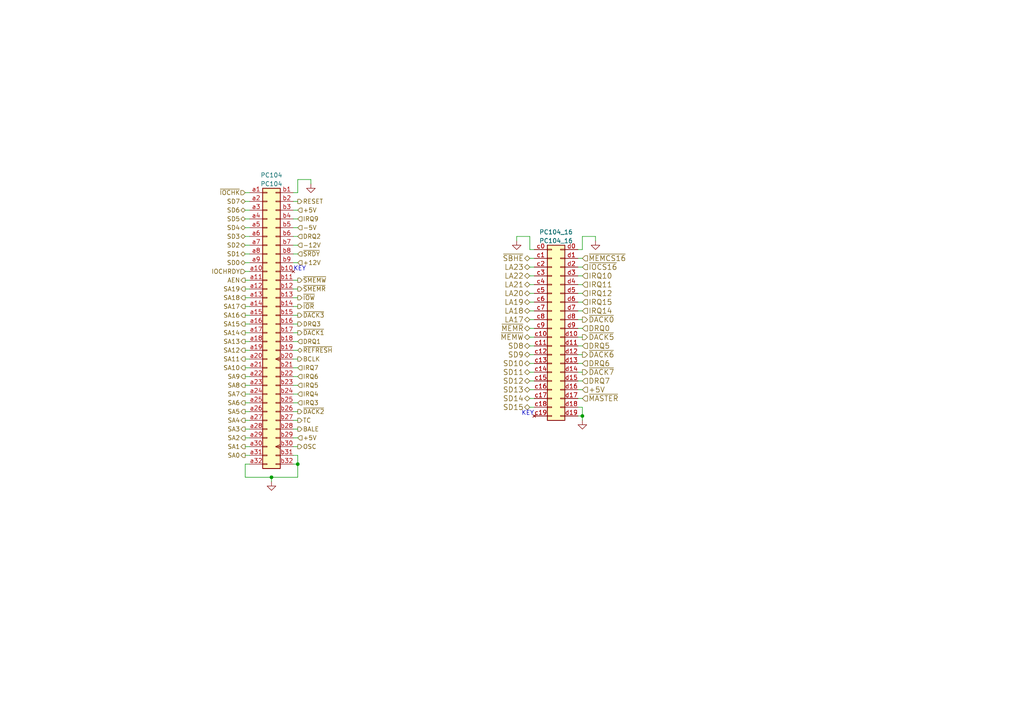
<source format=kicad_sch>
(kicad_sch (version 20211123) (generator eeschema)
  (paper "A4")
  (title_block (title "Universal ISA Backplane - PC/104") (date "2022-01-08") (rev "1.99-dev") (company "Tedd | License: GFDLv3"))
  (lib_symbols
    (symbol "Connector_Generic:Conn_02x20_Row_Letter_First" (pin_names (offset 1.016) hide)
      (property "Reference" "PC104_16" (at 1.27 27.94 0))
      (property "Value" "PC104_16" (at 1.27 25.4 0))
      (symbol "Conn_02x20_Row_Letter_First_1_1"
        (rectangle (start -1.27 -25.273) (end 0 -25.527) (stroke (width 0.1524)))
        (rectangle (start -1.27 -22.733) (end 0 -22.987) (stroke (width 0.1524)))
        (rectangle (start -1.27 -20.193) (end 0 -20.447) (stroke (width 0.1524)))
        (rectangle (start -1.27 -17.653) (end 0 -17.907) (stroke (width 0.1524)))
        (rectangle (start -1.27 -15.113) (end 0 -15.367) (stroke (width 0.1524)))
        (rectangle (start -1.27 -12.573) (end 0 -12.827) (stroke (width 0.1524)))
        (rectangle (start -1.27 -10.033) (end 0 -10.287) (stroke (width 0.1524)))
        (rectangle (start -1.27 -7.493) (end 0 -7.747) (stroke (width 0.1524)))
        (rectangle (start -1.27 -4.953) (end 0 -5.207) (stroke (width 0.1524)))
        (rectangle (start -1.27 -2.413) (end 0 -2.667) (stroke (width 0.1524)))
        (rectangle (start -1.27 0.127) (end 0 -0.127) (stroke (width 0.1524)))
        (rectangle (start -1.27 2.667) (end 0 2.413) (stroke (width 0.1524)))
        (rectangle (start -1.27 5.207) (end 0 4.953) (stroke (width 0.1524)))
        (rectangle (start -1.27 7.747) (end 0 7.493) (stroke (width 0.1524)))
        (rectangle (start -1.27 10.287) (end 0 10.033) (stroke (width 0.1524)))
        (rectangle (start -1.27 12.827) (end 0 12.573) (stroke (width 0.1524)))
        (rectangle (start -1.27 15.367) (end 0 15.113) (stroke (width 0.1524)))
        (rectangle (start -1.27 17.907) (end 0 17.653) (stroke (width 0.1524)))
        (rectangle (start -1.27 20.447) (end 0 20.193) (stroke (width 0.1524)))
        (rectangle (start -1.27 22.987) (end 0 22.733) (stroke (width 0.1524)))
        (rectangle (start -1.27 24.13) (end 3.81 -26.67) (stroke (width 0.254)) (fill (type background)))
        (rectangle (start 3.81 -25.273) (end 2.54 -25.527) (stroke (width 0.1524)))
        (rectangle (start 3.81 -22.733) (end 2.54 -22.987) (stroke (width 0.1524)))
        (rectangle (start 3.81 -20.193) (end 2.54 -20.447) (stroke (width 0.1524)))
        (rectangle (start 3.81 -17.653) (end 2.54 -17.907) (stroke (width 0.1524)))
        (rectangle (start 3.81 -15.113) (end 2.54 -15.367) (stroke (width 0.1524)))
        (rectangle (start 3.81 -12.573) (end 2.54 -12.827) (stroke (width 0.1524)))
        (rectangle (start 3.81 -10.033) (end 2.54 -10.287) (stroke (width 0.1524)))
        (rectangle (start 3.81 -7.493) (end 2.54 -7.747) (stroke (width 0.1524)))
        (rectangle (start 3.81 -4.953) (end 2.54 -5.207) (stroke (width 0.1524)))
        (rectangle (start 3.81 -2.413) (end 2.54 -2.667) (stroke (width 0.1524)))
        (rectangle (start 3.81 0.127) (end 2.54 -0.127) (stroke (width 0.1524)))
        (rectangle (start 3.81 2.667) (end 2.54 2.413) (stroke (width 0.1524)))
        (rectangle (start 3.81 5.207) (end 2.54 4.953) (stroke (width 0.1524)))
        (rectangle (start 3.81 7.747) (end 2.54 7.493) (stroke (width 0.1524)))
        (rectangle (start 3.81 10.287) (end 2.54 10.033) (stroke (width 0.1524)))
        (rectangle (start 3.81 12.827) (end 2.54 12.573) (stroke (width 0.1524)))
        (rectangle (start 3.81 15.367) (end 2.54 15.113) (stroke (width 0.1524)))
        (rectangle (start 3.81 17.907) (end 2.54 17.653) (stroke (width 0.1524)))
        (rectangle (start 3.81 20.447) (end 2.54 20.193) (stroke (width 0.1524)))
        (rectangle (start 3.81 22.987) (end 2.54 22.733) (stroke (width 0.1524)))
        (pin power_in line (at -5.08 22.86 0) (length 3.81) (name "Pin_c0") (number "c0"))
        (pin bidirectional line (at -5.08 20.32 0) (length 3.81) (name "Pin_c1") (number "c1"))
        (pin bidirectional line (at -5.08 -2.54 0) (length 3.81) (name "Pin_c10") (number "c10"))
        (pin bidirectional line (at -5.08 -5.08 0) (length 3.81) (name "Pin_c11") (number "c11"))
        (pin bidirectional line (at -5.08 -7.62 0) (length 3.81) (name "Pin_c12") (number "c12"))
        (pin bidirectional line (at -5.08 -10.16 0) (length 3.81) (name "Pin_c13") (number "c13"))
        (pin bidirectional line (at -5.08 -12.7 0) (length 3.81) (name "Pin_c14") (number "c14"))
        (pin bidirectional line (at -5.08 -15.24 0) (length 3.81) (name "Pin_c15") (number "c15"))
        (pin bidirectional line (at -5.08 -17.78 0) (length 3.81) (name "Pin_c16") (number "c16"))
        (pin bidirectional line (at -5.08 -20.32 0) (length 3.81) (name "Pin_c17") (number "c17"))
        (pin bidirectional line (at -5.08 -22.86 0) (length 3.81) (name "Pin_c18") (number "c18"))
        (pin no_connect line (at -5.08 -25.4 0) (length 3.81) (name "Pin_c19") (number "c19"))
        (pin bidirectional line (at -5.08 17.78 0) (length 3.81) (name "Pin_c2") (number "c2"))
        (pin bidirectional line (at -5.08 15.24 0) (length 3.81) (name "Pin_c3") (number "c3"))
        (pin bidirectional line (at -5.08 12.7 0) (length 3.81) (name "Pin_c4") (number "c4"))
        (pin bidirectional line (at -5.08 10.16 0) (length 3.81) (name "Pin_c5") (number "c5"))
        (pin bidirectional line (at -5.08 7.62 0) (length 3.81) (name "Pin_c6") (number "c6"))
        (pin bidirectional line (at -5.08 5.08 0) (length 3.81) (name "Pin_c7") (number "c7"))
        (pin bidirectional line (at -5.08 2.54 0) (length 3.81) (name "Pin_c8") (number "c8"))
        (pin bidirectional line (at -5.08 0 0) (length 3.81) (name "Pin_c9") (number "c9"))
        (pin power_in line (at 7.62 22.86 180) (length 3.81) (name "Pin_d0") (number "d0"))
        (pin input line (at 7.62 20.32 180) (length 3.81) (name "Pin_d1") (number "d1"))
        (pin output line (at 7.62 -2.54 180) (length 3.81) (name "Pin_d10") (number "d10"))
        (pin input line (at 7.62 -5.08 180) (length 3.81) (name "Pin_d11") (number "d11"))
        (pin output line (at 7.62 -7.62 180) (length 3.81) (name "Pin_d12") (number "d12"))
        (pin input line (at 7.62 -10.16 180) (length 3.81) (name "Pin_d13") (number "d13"))
        (pin output line (at 7.62 -12.7 180) (length 3.81) (name "Pin_d14") (number "d14"))
        (pin input line (at 7.62 -15.24 180) (length 3.81) (name "Pin_d15") (number "d15"))
        (pin power_in line (at 7.62 -17.78 180) (length 3.81) (name "Pin_d16") (number "d16"))
        (pin input line (at 7.62 -20.32 180) (length 3.81) (name "Pin_d17") (number "d17"))
        (pin power_in line (at 7.62 -22.86 180) (length 3.81) (name "Pin_d18") (number "d18"))
        (pin power_in line (at 7.62 -25.4 180) (length 3.81) (name "Pin_d19") (number "d19"))
        (pin input line (at 7.62 17.78 180) (length 3.81) (name "Pin_d2") (number "d2"))
        (pin input line (at 7.62 15.24 180) (length 3.81) (name "Pin_d3") (number "d3"))
        (pin input line (at 7.62 12.7 180) (length 3.81) (name "Pin_d4") (number "d4"))
        (pin input line (at 7.62 10.16 180) (length 3.81) (name "Pin_d5") (number "d5"))
        (pin input line (at 7.62 7.62 180) (length 3.81) (name "Pin_d6") (number "d6"))
        (pin input line (at 7.62 5.08 180) (length 3.81) (name "Pin_d7") (number "d7"))
        (pin output line (at 7.62 2.54 180) (length 3.81) (name "Pin_d8") (number "d8"))
        (pin input line (at 7.62 0 180) (length 3.81) (name "Pin_d9") (number "d9"))
      )
    )
    (symbol "Connector_Generic:Conn_02x32_Row_Letter_First" (pin_names (offset 1.016) hide)
      (property "Reference" "PC104" (at 1.27 43.18 0))
      (property "Value" "PC104" (at 1.27 40.64 0))
      (symbol "Conn_02x32_Row_Letter_First_1_1"
        (rectangle (start -1.27 -40.513) (end 0 -40.767) (stroke (width 0.1524)))
        (rectangle (start -1.27 -37.973) (end 0 -38.227) (stroke (width 0.1524)))
        (rectangle (start -1.27 -35.433) (end 0 -35.687) (stroke (width 0.1524)))
        (rectangle (start -1.27 -32.893) (end 0 -33.147) (stroke (width 0.1524)))
        (rectangle (start -1.27 -30.353) (end 0 -30.607) (stroke (width 0.1524)))
        (rectangle (start -1.27 -27.813) (end 0 -28.067) (stroke (width 0.1524)))
        (rectangle (start -1.27 -25.273) (end 0 -25.527) (stroke (width 0.1524)))
        (rectangle (start -1.27 -22.733) (end 0 -22.987) (stroke (width 0.1524)))
        (rectangle (start -1.27 -20.193) (end 0 -20.447) (stroke (width 0.1524)))
        (rectangle (start -1.27 -17.653) (end 0 -17.907) (stroke (width 0.1524)))
        (rectangle (start -1.27 -15.113) (end 0 -15.367) (stroke (width 0.1524)))
        (rectangle (start -1.27 -12.573) (end 0 -12.827) (stroke (width 0.1524)))
        (rectangle (start -1.27 -10.033) (end 0 -10.287) (stroke (width 0.1524)))
        (rectangle (start -1.27 -7.493) (end 0 -7.747) (stroke (width 0.1524)))
        (rectangle (start -1.27 -4.953) (end 0 -5.207) (stroke (width 0.1524)))
        (rectangle (start -1.27 -2.413) (end 0 -2.667) (stroke (width 0.1524)))
        (rectangle (start -1.27 0.127) (end 0 -0.127) (stroke (width 0.1524)))
        (rectangle (start -1.27 2.667) (end 0 2.413) (stroke (width 0.1524)))
        (rectangle (start -1.27 5.207) (end 0 4.953) (stroke (width 0.1524)))
        (rectangle (start -1.27 7.747) (end 0 7.493) (stroke (width 0.1524)))
        (rectangle (start -1.27 10.287) (end 0 10.033) (stroke (width 0.1524)))
        (rectangle (start -1.27 12.827) (end 0 12.573) (stroke (width 0.1524)))
        (rectangle (start -1.27 15.367) (end 0 15.113) (stroke (width 0.1524)))
        (rectangle (start -1.27 17.907) (end 0 17.653) (stroke (width 0.1524)))
        (rectangle (start -1.27 20.447) (end 0 20.193) (stroke (width 0.1524)))
        (rectangle (start -1.27 22.987) (end 0 22.733) (stroke (width 0.1524)))
        (rectangle (start -1.27 25.527) (end 0 25.273) (stroke (width 0.1524)))
        (rectangle (start -1.27 28.067) (end 0 27.813) (stroke (width 0.1524)))
        (rectangle (start -1.27 30.607) (end 0 30.353) (stroke (width 0.1524)))
        (rectangle (start -1.27 33.147) (end 0 32.893) (stroke (width 0.1524)))
        (rectangle (start -1.27 35.687) (end 0 35.433) (stroke (width 0.1524)))
        (rectangle (start -1.27 38.227) (end 0 37.973) (stroke (width 0.1524)))
        (rectangle (start -1.27 39.37) (end 3.81 -41.91) (stroke (width 0.254)) (fill (type background)))
        (rectangle (start 3.81 -40.513) (end 2.54 -40.767) (stroke (width 0.1524)))
        (rectangle (start 3.81 -37.973) (end 2.54 -38.227) (stroke (width 0.1524)))
        (rectangle (start 3.81 -35.433) (end 2.54 -35.687) (stroke (width 0.1524)))
        (rectangle (start 3.81 -32.893) (end 2.54 -33.147) (stroke (width 0.1524)))
        (rectangle (start 3.81 -30.353) (end 2.54 -30.607) (stroke (width 0.1524)))
        (rectangle (start 3.81 -27.813) (end 2.54 -28.067) (stroke (width 0.1524)))
        (rectangle (start 3.81 -25.273) (end 2.54 -25.527) (stroke (width 0.1524)))
        (rectangle (start 3.81 -22.733) (end 2.54 -22.987) (stroke (width 0.1524)))
        (rectangle (start 3.81 -20.193) (end 2.54 -20.447) (stroke (width 0.1524)))
        (rectangle (start 3.81 -17.653) (end 2.54 -17.907) (stroke (width 0.1524)))
        (rectangle (start 3.81 -15.113) (end 2.54 -15.367) (stroke (width 0.1524)))
        (rectangle (start 3.81 -12.573) (end 2.54 -12.827) (stroke (width 0.1524)))
        (rectangle (start 3.81 -10.033) (end 2.54 -10.287) (stroke (width 0.1524)))
        (rectangle (start 3.81 -7.493) (end 2.54 -7.747) (stroke (width 0.1524)))
        (rectangle (start 3.81 -4.953) (end 2.54 -5.207) (stroke (width 0.1524)))
        (rectangle (start 3.81 -2.413) (end 2.54 -2.667) (stroke (width 0.1524)))
        (rectangle (start 3.81 0.127) (end 2.54 -0.127) (stroke (width 0.1524)))
        (rectangle (start 3.81 2.667) (end 2.54 2.413) (stroke (width 0.1524)))
        (rectangle (start 3.81 5.207) (end 2.54 4.953) (stroke (width 0.1524)))
        (rectangle (start 3.81 7.747) (end 2.54 7.493) (stroke (width 0.1524)))
        (rectangle (start 3.81 10.287) (end 2.54 10.033) (stroke (width 0.1524)))
        (rectangle (start 3.81 12.827) (end 2.54 12.573) (stroke (width 0.1524)))
        (rectangle (start 3.81 15.367) (end 2.54 15.113) (stroke (width 0.1524)))
        (rectangle (start 3.81 17.907) (end 2.54 17.653) (stroke (width 0.1524)))
        (rectangle (start 3.81 20.447) (end 2.54 20.193) (stroke (width 0.1524)))
        (rectangle (start 3.81 22.987) (end 2.54 22.733) (stroke (width 0.1524)))
        (rectangle (start 3.81 25.527) (end 2.54 25.273) (stroke (width 0.1524)))
        (rectangle (start 3.81 28.067) (end 2.54 27.813) (stroke (width 0.1524)))
        (rectangle (start 3.81 30.607) (end 2.54 30.353) (stroke (width 0.1524)))
        (rectangle (start 3.81 33.147) (end 2.54 32.893) (stroke (width 0.1524)))
        (rectangle (start 3.81 35.687) (end 2.54 35.433) (stroke (width 0.1524)))
        (rectangle (start 3.81 38.227) (end 2.54 37.973) (stroke (width 0.1524)))
        (pin input line (at -5.08 38.1 0) (length 3.81) (name "Pin_a1") (number "a1"))
        (pin input line (at -5.08 15.24 0) (length 3.81) (name "Pin_a10") (number "a10"))
        (pin output line (at -5.08 12.7 0) (length 3.81) (name "Pin_a11") (number "a11"))
        (pin output line (at -5.08 10.16 0) (length 3.81) (name "Pin_a12") (number "a12"))
        (pin output line (at -5.08 7.62 0) (length 3.81) (name "Pin_a13") (number "a13"))
        (pin output line (at -5.08 5.08 0) (length 3.81) (name "Pin_a14") (number "a14"))
        (pin output line (at -5.08 2.54 0) (length 3.81) (name "Pin_a15") (number "a15"))
        (pin output line (at -5.08 0 0) (length 3.81) (name "Pin_a16") (number "a16"))
        (pin output line (at -5.08 -2.54 0) (length 3.81) (name "Pin_a17") (number "a17"))
        (pin output line (at -5.08 -5.08 0) (length 3.81) (name "Pin_a18") (number "a18"))
        (pin output line (at -5.08 -7.62 0) (length 3.81) (name "Pin_a19") (number "a19"))
        (pin bidirectional line (at -5.08 35.56 0) (length 3.81) (name "Pin_a2") (number "a2"))
        (pin output line (at -5.08 -10.16 0) (length 3.81) (name "Pin_a20") (number "a20"))
        (pin output line (at -5.08 -12.7 0) (length 3.81) (name "Pin_a21") (number "a21"))
        (pin output line (at -5.08 -15.24 0) (length 3.81) (name "Pin_a22") (number "a22"))
        (pin output line (at -5.08 -17.78 0) (length 3.81) (name "Pin_a23") (number "a23"))
        (pin output line (at -5.08 -20.32 0) (length 3.81) (name "Pin_a24") (number "a24"))
        (pin output line (at -5.08 -22.86 0) (length 3.81) (name "Pin_a25") (number "a25"))
        (pin output line (at -5.08 -25.4 0) (length 3.81) (name "Pin_a26") (number "a26"))
        (pin output line (at -5.08 -27.94 0) (length 3.81) (name "Pin_a27") (number "a27"))
        (pin output line (at -5.08 -30.48 0) (length 3.81) (name "Pin_a28") (number "a28"))
        (pin output line (at -5.08 -33.02 0) (length 3.81) (name "Pin_a29") (number "a29"))
        (pin bidirectional line (at -5.08 33.02 0) (length 3.81) (name "Pin_a3") (number "a3"))
        (pin output line (at -5.08 -35.56 0) (length 3.81) (name "Pin_a30") (number "a30"))
        (pin output line (at -5.08 -38.1 0) (length 3.81) (name "Pin_a31") (number "a31"))
        (pin power_in line (at -5.08 -40.64 0) (length 3.81) (name "Pin_a32") (number "a32"))
        (pin bidirectional line (at -5.08 30.48 0) (length 3.81) (name "Pin_a4") (number "a4"))
        (pin bidirectional line (at -5.08 27.94 0) (length 3.81) (name "Pin_a5") (number "a5"))
        (pin bidirectional line (at -5.08 25.4 0) (length 3.81) (name "Pin_a6") (number "a6"))
        (pin bidirectional line (at -5.08 22.86 0) (length 3.81) (name "Pin_a7") (number "a7"))
        (pin bidirectional line (at -5.08 20.32 0) (length 3.81) (name "Pin_a8") (number "a8"))
        (pin bidirectional line (at -5.08 17.78 0) (length 3.81) (name "Pin_a9") (number "a9"))
        (pin power_in line (at 7.62 38.1 180) (length 3.81) (name "Pin_b1") (number "b1"))
        (pin no_connect line (at 7.62 15.24 180) (length 3.81) (name "Pin_b10") (number "b10"))
        (pin output line (at 7.62 12.7 180) (length 3.81) (name "Pin_b11") (number "b11"))
        (pin output line (at 7.62 10.16 180) (length 3.81) (name "Pin_b12") (number "b12"))
        (pin output line (at 7.62 7.62 180) (length 3.81) (name "Pin_b13") (number "b13"))
        (pin output line (at 7.62 5.08 180) (length 3.81) (name "Pin_b14") (number "b14"))
        (pin output line (at 7.62 2.54 180) (length 3.81) (name "Pin_b15") (number "b15"))
        (pin input line (at 7.62 0 180) (length 3.81) (name "Pin_b16") (number "b16"))
        (pin output line (at 7.62 -2.54 180) (length 3.81) (name "Pin_b17") (number "b17"))
        (pin input line (at 7.62 -5.08 180) (length 3.81) (name "Pin_b18") (number "b18"))
        (pin bidirectional line (at 7.62 -7.62 180) (length 3.81) (name "Pin_b19") (number "b19"))
        (pin output line (at 7.62 35.56 180) (length 3.81) (name "Pin_b2") (number "b2"))
        (pin output clock (at 7.62 -10.16 180) (length 3.81) (name "Pin_b20") (number "b20"))
        (pin input line (at 7.62 -12.7 180) (length 3.81) (name "Pin_b21") (number "b21"))
        (pin input line (at 7.62 -15.24 180) (length 3.81) (name "Pin_b22") (number "b22"))
        (pin input line (at 7.62 -17.78 180) (length 3.81) (name "Pin_b23") (number "b23"))
        (pin input line (at 7.62 -20.32 180) (length 3.81) (name "Pin_b24") (number "b24"))
        (pin input line (at 7.62 -22.86 180) (length 3.81) (name "Pin_b25") (number "b25"))
        (pin output line (at 7.62 -25.4 180) (length 3.81) (name "Pin_b26") (number "b26"))
        (pin output line (at 7.62 -27.94 180) (length 3.81) (name "Pin_b27") (number "b27"))
        (pin output line (at 7.62 -30.48 180) (length 3.81) (name "Pin_b28") (number "b28"))
        (pin power_in line (at 7.62 -33.02 180) (length 3.81) (name "Pin_b29") (number "b29"))
        (pin power_in line (at 7.62 33.02 180) (length 3.81) (name "Pin_b3") (number "b3"))
        (pin output clock (at 7.62 -35.56 180) (length 3.81) (name "Pin_b30") (number "b30"))
        (pin power_in line (at 7.62 -38.1 180) (length 3.81) (name "Pin_b31") (number "b31"))
        (pin power_in line (at 7.62 -40.64 180) (length 3.81) (name "Pin_b32") (number "b32"))
        (pin input line (at 7.62 30.48 180) (length 3.81) (name "Pin_b4") (number "b4"))
        (pin power_in line (at 7.62 27.94 180) (length 3.81) (name "Pin_b5") (number "b5"))
        (pin input line (at 7.62 25.4 180) (length 3.81) (name "Pin_b6") (number "b6"))
        (pin power_in line (at 7.62 22.86 180) (length 3.81) (name "Pin_b7") (number "b7"))
        (pin input line (at 7.62 20.32 180) (length 3.81) (name "Pin_b8") (number "b8"))
        (pin power_in line (at 7.62 17.78 180) (length 3.81) (name "Pin_b9") (number "b9"))
      )
    )
    (symbol "power:GND" (power) (pin_names (offset 0))
      (property "Value" "GND" (at 0 -3.81 0))
      (symbol "GND_0_1"
        (polyline (pts (xy 0 0) (xy 0 -1.27) (xy 1.27 -1.27) (xy 0 -2.54) (xy -1.27 -1.27) (xy 0 -1.27)))
      )
      (symbol "GND_1_1"
        (pin power_in line (at 0 0 270) (length 0) hide (name "GND") (number "1"))
      )
    )
  )
  (junction (at 168.91 120.65))
  (junction (at 86.36 134.62))
  (junction (at 78.74 138.43))
  (wire (pts (xy 72.39 68.58) (xy 71.12 68.58)))
  (wire (pts (xy 71.12 106.68) (xy 72.39 106.68)))
  (wire (pts (xy 167.64 102.87) (xy 168.91 102.87)))
  (wire (pts (xy 85.09 116.84) (xy 86.36 116.84)))
  (wire (pts (xy 71.12 127) (xy 72.39 127)))
  (wire (pts (xy 71.12 132.08) (xy 72.39 132.08)))
  (wire (pts (xy 168.91 118.11) (xy 168.91 120.65)))
  (wire (pts (xy 71.12 71.12) (xy 72.39 71.12)))
  (wire (pts (xy 85.09 71.12) (xy 86.36 71.12)))
  (wire (pts (xy 71.12 78.74) (xy 72.39 78.74)))
  (wire (pts (xy 154.94 77.47) (xy 153.67 77.47)))
  (wire (pts (xy 71.12 116.84) (xy 72.39 116.84)))
  (wire (pts (xy 85.09 60.96) (xy 86.36 60.96)))
  (wire (pts (xy 154.94 118.11) (xy 153.67 118.11)))
  (wire (pts (xy 85.09 76.2) (xy 86.36 76.2)))
  (wire (pts (xy 71.12 73.66) (xy 72.39 73.66)))
  (wire (pts (xy 167.64 107.95) (xy 168.91 107.95)))
  (wire (pts (xy 85.09 81.28) (xy 86.36 81.28)))
  (wire (pts (xy 85.09 124.46) (xy 86.36 124.46)))
  (wire (pts (xy 71.12 86.36) (xy 72.39 86.36)))
  (wire (pts (xy 71.12 111.76) (xy 72.39 111.76)))
  (wire (pts (xy 71.12 121.92) (xy 72.39 121.92)))
  (wire (pts (xy 85.09 88.9) (xy 86.36 88.9)))
  (wire (pts (xy 71.12 76.2) (xy 72.39 76.2)))
  (wire (pts (xy 167.64 72.39) (xy 168.91 72.39)))
  (wire (pts (xy 154.94 105.41) (xy 153.67 105.41)))
  (wire (pts (xy 85.09 106.68) (xy 86.36 106.68)))
  (wire (pts (xy 168.91 120.65) (xy 168.91 121.92)))
  (wire (pts (xy 149.86 69.85) (xy 149.86 68.58)))
  (wire (pts (xy 167.64 100.33) (xy 168.91 100.33)))
  (wire (pts (xy 154.94 115.57) (xy 153.67 115.57)))
  (wire (pts (xy 154.94 95.25) (xy 153.67 95.25)))
  (wire (pts (xy 71.12 129.54) (xy 72.39 129.54)))
  (wire (pts (xy 86.36 134.62) (xy 86.36 138.43)))
  (wire (pts (xy 71.12 114.3) (xy 72.39 114.3)))
  (wire (pts (xy 85.09 63.5) (xy 86.36 63.5)))
  (wire (pts (xy 86.36 52.07) (xy 86.36 55.88)))
  (wire (pts (xy 167.64 85.09) (xy 168.91 85.09)))
  (wire (pts (xy 71.12 88.9) (xy 72.39 88.9)))
  (wire (pts (xy 154.94 113.03) (xy 153.67 113.03)))
  (wire (pts (xy 154.94 85.09) (xy 153.67 85.09)))
  (wire (pts (xy 167.64 97.79) (xy 168.91 97.79)))
  (wire (pts (xy 153.67 68.58) (xy 153.67 72.39)))
  (wire (pts (xy 154.94 102.87) (xy 153.67 102.87)))
  (wire (pts (xy 167.64 110.49) (xy 168.91 110.49)))
  (wire (pts (xy 154.94 74.93) (xy 153.67 74.93)))
  (wire (pts (xy 90.17 52.07) (xy 86.36 52.07)))
  (wire (pts (xy 154.94 82.55) (xy 153.67 82.55)))
  (wire (pts (xy 71.12 81.28) (xy 72.39 81.28)))
  (wire (pts (xy 85.09 129.54) (xy 86.36 129.54)))
  (wire (pts (xy 167.64 90.17) (xy 168.91 90.17)))
  (wire (pts (xy 86.36 138.43) (xy 78.74 138.43)))
  (wire (pts (xy 85.09 55.88) (xy 86.36 55.88)))
  (wire (pts (xy 85.09 109.22) (xy 86.36 109.22)))
  (wire (pts (xy 72.39 58.42) (xy 71.12 58.42)))
  (wire (pts (xy 78.74 138.43) (xy 78.74 139.7)))
  (wire (pts (xy 154.94 100.33) (xy 153.67 100.33)))
  (wire (pts (xy 167.64 77.47) (xy 168.91 77.47)))
  (wire (pts (xy 167.64 87.63) (xy 168.91 87.63)))
  (wire (pts (xy 90.17 53.34) (xy 90.17 52.07)))
  (wire (pts (xy 71.12 124.46) (xy 72.39 124.46)))
  (wire (pts (xy 154.94 97.79) (xy 153.67 97.79)))
  (wire (pts (xy 167.64 115.57) (xy 168.91 115.57)))
  (wire (pts (xy 167.64 105.41) (xy 168.91 105.41)))
  (wire (pts (xy 85.09 66.04) (xy 86.36 66.04)))
  (wire (pts (xy 167.64 120.65) (xy 168.91 120.65)))
  (wire (pts (xy 71.12 83.82) (xy 72.39 83.82)))
  (wire (pts (xy 154.94 92.71) (xy 153.67 92.71)))
  (wire (pts (xy 72.39 63.5) (xy 71.12 63.5)))
  (wire (pts (xy 172.72 68.58) (xy 168.91 68.58)))
  (wire (pts (xy 85.09 99.06) (xy 86.36 99.06)))
  (wire (pts (xy 71.12 101.6) (xy 72.39 101.6)))
  (wire (pts (xy 85.09 73.66) (xy 86.36 73.66)))
  (wire (pts (xy 85.09 96.52) (xy 86.36 96.52)))
  (wire (pts (xy 85.09 83.82) (xy 86.36 83.82)))
  (wire (pts (xy 71.12 138.43) (xy 78.74 138.43)))
  (wire (pts (xy 71.12 66.04) (xy 72.39 66.04)))
  (wire (pts (xy 154.94 80.01) (xy 153.67 80.01)))
  (wire (pts (xy 85.09 86.36) (xy 86.36 86.36)))
  (wire (pts (xy 167.64 118.11) (xy 168.91 118.11)))
  (wire (pts (xy 72.39 134.62) (xy 71.12 134.62)))
  (wire (pts (xy 72.39 55.88) (xy 71.12 55.88)))
  (wire (pts (xy 167.64 113.03) (xy 168.91 113.03)))
  (wire (pts (xy 154.94 87.63) (xy 153.67 87.63)))
  (wire (pts (xy 71.12 99.06) (xy 72.39 99.06)))
  (wire (pts (xy 71.12 91.44) (xy 72.39 91.44)))
  (wire (pts (xy 154.94 107.95) (xy 153.67 107.95)))
  (wire (pts (xy 149.86 68.58) (xy 153.67 68.58)))
  (wire (pts (xy 172.72 69.85) (xy 172.72 68.58)))
  (wire (pts (xy 71.12 134.62) (xy 71.12 138.43)))
  (wire (pts (xy 85.09 127) (xy 86.36 127)))
  (wire (pts (xy 154.94 90.17) (xy 153.67 90.17)))
  (wire (pts (xy 71.12 104.14) (xy 72.39 104.14)))
  (wire (pts (xy 85.09 121.92) (xy 86.36 121.92)))
  (wire (pts (xy 85.09 134.62) (xy 86.36 134.62)))
  (wire (pts (xy 154.94 110.49) (xy 153.67 110.49)))
  (wire (pts (xy 85.09 114.3) (xy 86.36 114.3)))
  (wire (pts (xy 168.91 68.58) (xy 168.91 72.39)))
  (wire (pts (xy 154.94 72.39) (xy 153.67 72.39)))
  (wire (pts (xy 85.09 119.38) (xy 86.36 119.38)))
  (wire (pts (xy 86.36 132.08) (xy 86.36 134.62)))
  (wire (pts (xy 85.09 101.6) (xy 86.36 101.6)))
  (wire (pts (xy 71.12 119.38) (xy 72.39 119.38)))
  (wire (pts (xy 85.09 93.98) (xy 86.36 93.98)))
  (wire (pts (xy 85.09 132.08) (xy 86.36 132.08)))
  (wire (pts (xy 167.64 74.93) (xy 168.91 74.93)))
  (wire (pts (xy 167.64 95.25) (xy 168.91 95.25)))
  (wire (pts (xy 72.39 60.96) (xy 71.12 60.96)))
  (wire (pts (xy 71.12 93.98) (xy 72.39 93.98)))
  (wire (pts (xy 85.09 104.14) (xy 86.36 104.14)))
  (wire (pts (xy 85.09 58.42) (xy 86.36 58.42)))
  (wire (pts (xy 167.64 80.01) (xy 168.91 80.01)))
  (wire (pts (xy 71.12 109.22) (xy 72.39 109.22)))
  (wire (pts (xy 85.09 111.76) (xy 86.36 111.76)))
  (wire (pts (xy 167.64 82.55) (xy 168.91 82.55)))
  (wire (pts (xy 85.09 91.44) (xy 86.36 91.44)))
  (wire (pts (xy 71.12 96.52) (xy 72.39 96.52)))
  (wire (pts (xy 85.09 68.58) (xy 86.36 68.58)))
  (wire (pts (xy 167.64 92.71) (xy 168.91 92.71)))
  (text "KEY" (at 85.09 78.74 0) (effects (font (size 1.27 1.27)) (justify left bottom)))
  (text "KEY" (at 154.94 120.65 180) (effects (font (size 1.27 1.27)) (justify right bottom)))
  (hierarchical_label "LA17" (shape bidirectional) (at 153.67 92.71 180) (effects (font (size 1.524 1.524))))
  (hierarchical_label "~{REFRESH}" (shape bidirectional) (at 86.36 101.6 0))
  (hierarchical_label "IRQ6" (shape input) (at 86.36 109.22 0))
  (hierarchical_label "SD15" (shape bidirectional) (at 153.67 118.11 180) (effects (font (size 1.524 1.524))))
  (hierarchical_label "SA15" (shape output) (at 71.12 93.98 180))
  (hierarchical_label "SA11" (shape output) (at 71.12 104.14 180))
  (hierarchical_label "-5V" (shape input) (at 86.36 66.04 0))
  (hierarchical_label "SD2" (shape bidirectional) (at 71.12 71.12 180))
  (hierarchical_label "~{DACK2}" (shape output) (at 86.36 119.38 0))
  (hierarchical_label "~{IOCS16}" (shape input) (at 168.91 77.47 0) (effects (font (size 1.524 1.524))))
  (hierarchical_label "SA3" (shape output) (at 71.12 124.46 180))
  (hierarchical_label "LA20" (shape bidirectional) (at 153.67 85.09 180) (effects (font (size 1.524 1.524))))
  (hierarchical_label "~{SMEMR}" (shape output) (at 86.36 83.82 0))
  (hierarchical_label "+5V" (shape input) (at 86.36 127 0))
  (hierarchical_label "SD14" (shape bidirectional) (at 153.67 115.57 180) (effects (font (size 1.524 1.524))))
  (hierarchical_label "SD1" (shape bidirectional) (at 71.12 73.66 180))
  (hierarchical_label "SA8" (shape output) (at 71.12 111.76 180))
  (hierarchical_label "IRQ10" (shape input) (at 168.91 80.01 0) (effects (font (size 1.524 1.524))))
  (hierarchical_label "BALE" (shape output) (at 86.36 124.46 0))
  (hierarchical_label "IRQ7" (shape input) (at 86.36 106.68 0))
  (hierarchical_label "SD11" (shape bidirectional) (at 153.67 107.95 180) (effects (font (size 1.524 1.524))))
  (hierarchical_label "LA19" (shape bidirectional) (at 153.67 87.63 180) (effects (font (size 1.524 1.524))))
  (hierarchical_label "LA23" (shape bidirectional) (at 153.67 77.47 180) (effects (font (size 1.524 1.524))))
  (hierarchical_label "SA2" (shape output) (at 71.12 127 180))
  (hierarchical_label "~{MEMCS16}" (shape input) (at 168.91 74.93 0) (effects (font (size 1.524 1.524))))
  (hierarchical_label "~{SRDY}" (shape input) (at 86.36 73.66 0))
  (hierarchical_label "+5V" (shape input) (at 86.36 60.96 0))
  (hierarchical_label "DRQ1" (shape input) (at 86.36 99.06 0))
  (hierarchical_label "SA5" (shape output) (at 71.12 119.38 180))
  (hierarchical_label "~{DACK0}" (shape output) (at 168.91 92.71 0) (effects (font (size 1.524 1.524))))
  (hierarchical_label "SD8" (shape bidirectional) (at 153.67 100.33 180) (effects (font (size 1.524 1.524))))
  (hierarchical_label "DRQ0" (shape input) (at 168.91 95.25 0) (effects (font (size 1.524 1.524))))
  (hierarchical_label "SA19" (shape output) (at 71.12 83.82 180))
  (hierarchical_label "SA17" (shape output) (at 71.12 88.9 180))
  (hierarchical_label "DRQ2" (shape input) (at 86.36 68.58 0))
  (hierarchical_label "IRQ14" (shape input) (at 168.91 90.17 0) (effects (font (size 1.524 1.524))))
  (hierarchical_label "LA22" (shape bidirectional) (at 153.67 80.01 180) (effects (font (size 1.524 1.524))))
  (hierarchical_label "IRQ4" (shape input) (at 86.36 114.3 0))
  (hierarchical_label "SD0" (shape bidirectional) (at 71.12 76.2 180))
  (hierarchical_label "DRQ3" (shape output) (at 86.36 93.98 0))
  (hierarchical_label "IRQ5" (shape input) (at 86.36 111.76 0))
  (hierarchical_label "SA18" (shape output) (at 71.12 86.36 180))
  (hierarchical_label "SD10" (shape bidirectional) (at 153.67 105.41 180) (effects (font (size 1.524 1.524))))
  (hierarchical_label "SD4" (shape bidirectional) (at 71.12 66.04 180))
  (hierarchical_label "~{MEMR}" (shape bidirectional) (at 153.67 95.25 180) (effects (font (size 1.524 1.524))))
  (hierarchical_label "~{DACK5}" (shape output) (at 168.91 97.79 0) (effects (font (size 1.524 1.524))))
  (hierarchical_label "SD13" (shape bidirectional) (at 153.67 113.03 180) (effects (font (size 1.524 1.524))))
  (hierarchical_label "SA6" (shape output) (at 71.12 116.84 180))
  (hierarchical_label "DRQ7" (shape input) (at 168.91 110.49 0) (effects (font (size 1.524 1.524))))
  (hierarchical_label "IRQ15" (shape input) (at 168.91 87.63 0) (effects (font (size 1.524 1.524))))
  (hierarchical_label "OSC" (shape output) (at 86.36 129.54 0))
  (hierarchical_label "SD3" (shape bidirectional) (at 71.12 68.58 180))
  (hierarchical_label "IRQ3" (shape input) (at 86.36 116.84 0))
  (hierarchical_label "SA9" (shape output) (at 71.12 109.22 180))
  (hierarchical_label "-12V" (shape input) (at 86.36 71.12 0))
  (hierarchical_label "SA13" (shape output) (at 71.12 99.06 180))
  (hierarchical_label "IRQ9" (shape input) (at 86.36 63.5 0))
  (hierarchical_label "IRQ12" (shape input) (at 168.91 85.09 0) (effects (font (size 1.524 1.524))))
  (hierarchical_label "SD9" (shape bidirectional) (at 153.67 102.87 180) (effects (font (size 1.524 1.524))))
  (hierarchical_label "~{DACK6}" (shape output) (at 168.91 102.87 0) (effects (font (size 1.524 1.524))))
  (hierarchical_label "SA1" (shape output) (at 71.12 129.54 180))
  (hierarchical_label "~{DACK1}" (shape output) (at 86.36 96.52 0))
  (hierarchical_label "~{IOW}" (shape output) (at 86.36 86.36 0))
  (hierarchical_label "BCLK" (shape output) (at 86.36 104.14 0))
  (hierarchical_label "TC" (shape output) (at 86.36 121.92 0))
  (hierarchical_label "~{IOR}" (shape output) (at 86.36 88.9 0))
  (hierarchical_label "AEN" (shape output) (at 71.12 81.28 180))
  (hierarchical_label "SD5" (shape bidirectional) (at 71.12 63.5 180))
  (hierarchical_label "+5V" (shape input) (at 168.91 113.03 0) (effects (font (size 1.524 1.524))))
  (hierarchical_label "SA7" (shape output) (at 71.12 114.3 180))
  (hierarchical_label "~{MEMW}" (shape bidirectional) (at 153.67 97.79 180) (effects (font (size 1.524 1.524))))
  (hierarchical_label "SA14" (shape output) (at 71.12 96.52 180))
  (hierarchical_label "+12V" (shape input) (at 86.36 76.2 0))
  (hierarchical_label "SA0" (shape output) (at 71.12 132.08 180))
  (hierarchical_label "SD6" (shape bidirectional) (at 71.12 60.96 180))
  (hierarchical_label "LA18" (shape bidirectional) (at 153.67 90.17 180) (effects (font (size 1.524 1.524))))
  (hierarchical_label "RESET" (shape output) (at 86.36 58.42 0))
  (hierarchical_label "~{DACK3}" (shape output) (at 86.36 91.44 0))
  (hierarchical_label "~{SBHE}" (shape bidirectional) (at 153.67 74.93 180) (effects (font (size 1.524 1.524))))
  (hierarchical_label "~{MASTER}" (shape input) (at 168.91 115.57 0) (effects (font (size 1.524 1.524))))
  (hierarchical_label "LA21" (shape bidirectional) (at 153.67 82.55 180) (effects (font (size 1.524 1.524))))
  (hierarchical_label "SA4" (shape output) (at 71.12 121.92 180))
  (hierarchical_label "SD7" (shape bidirectional) (at 71.12 58.42 180))
  (hierarchical_label "SA10" (shape output) (at 71.12 106.68 180))
  (hierarchical_label "~{SMEMW}" (shape output) (at 86.36 81.28 0))
  (hierarchical_label "IOCHRDY" (shape input) (at 71.12 78.74 180))
  (hierarchical_label "DRQ6" (shape input) (at 168.91 105.41 0) (effects (font (size 1.524 1.524))))
  (hierarchical_label "SA12" (shape output) (at 71.12 101.6 180))
  (hierarchical_label "IRQ11" (shape input) (at 168.91 82.55 0) (effects (font (size 1.524 1.524))))
  (hierarchical_label "~{DACK7}" (shape output) (at 168.91 107.95 0) (effects (font (size 1.524 1.524))))
  (hierarchical_label "SA16" (shape output) (at 71.12 91.44 180))
  (hierarchical_label "~{IOCHK}" (shape input) (at 71.12 55.88 180))
  (hierarchical_label "SD12" (shape bidirectional) (at 153.67 110.49 180) (effects (font (size 1.524 1.524))))
  (hierarchical_label "DRQ5" (shape input) (at 168.91 100.33 0) (effects (font (size 1.524 1.524))))
  (symbol (lib_id "Connector_Generic:Conn_02x20_Row_Letter_First") (at 160.02 95.25 0) (unit 1)
    (property "Reference" "PC104_16" (at 161.29 67.31 0))
    (property "Value" "PC104_16" (at 161.29 69.85 0))
    (property "Footprint" "Connector_PinSocket_2.54mm:PinSocket_2x20_P2.54mm_Vertical" (effects hide))
  )
  (symbol (lib_id "Connector_Generic:Conn_02x32_Row_Letter_First") (at 77.47 93.98 0) (unit 1)
    (property "Reference" "PC104" (at 78.74 50.8 0))
    (property "Value" "PC104" (at 78.74 53.34 0))
    (property "Footprint" "Universal-ISA-Backplane:PC104_Platform" (effects hide))
  )
  (symbol (lib_id "power:GND") (at 90.17 53.34 0) (unit 1)
    (property "Reference" "#PWR0110" (effects hide))
    (property "Value" "GND" (effects hide))
  )
  (symbol (lib_id "power:GND") (at 172.72 69.85 0) (unit 1)
    (property "Reference" "#PWR0111" (effects hide))
    (property "Value" "GND" (effects hide))
  )
  (symbol (lib_id "power:GND") (at 168.91 121.92 0) (unit 1)
    (property "Reference" "#PWR0109" (effects hide))
    (property "Value" "GND" (effects hide))
  )
  (symbol (lib_id "power:GND") (at 149.86 69.85 0) (mirror y) (unit 1)
    (property "Reference" "#PWR0112" (effects hide))
    (property "Value" "GND" (effects hide))
  )
  (symbol (lib_id "power:GND") (at 78.74 139.7 0) (unit 1)
    (property "Reference" "#PWR0101" (effects hide))
    (property "Value" "GND" (effects hide))
  )
)
</source>
